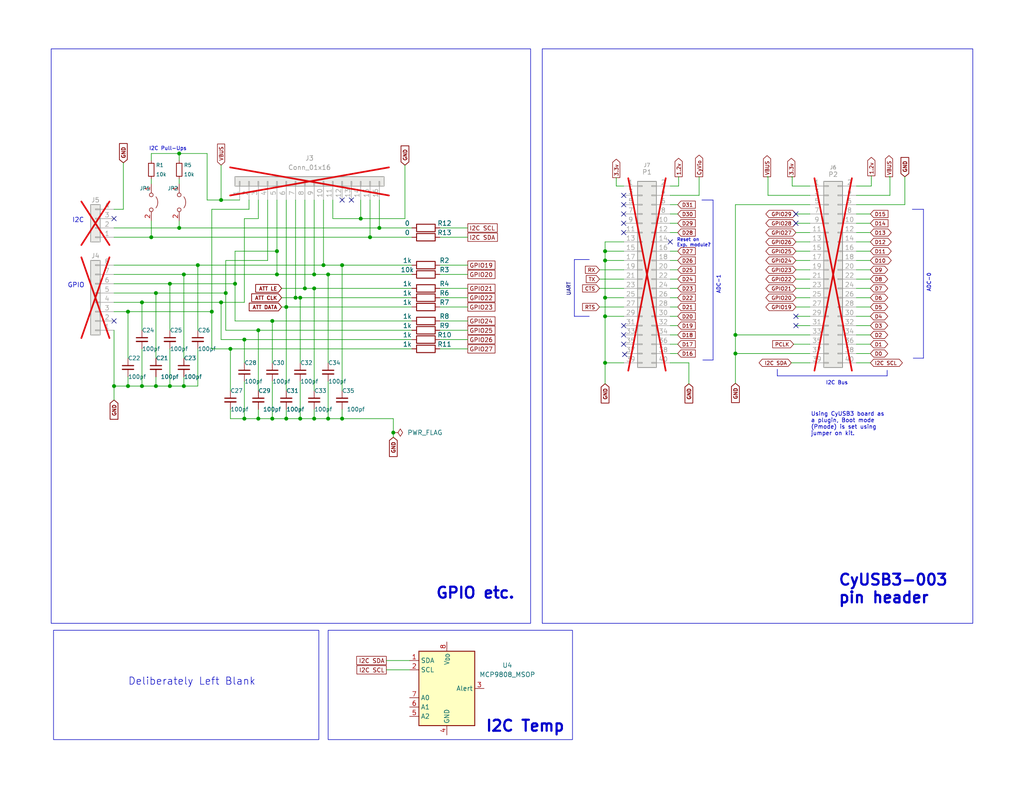
<source format=kicad_sch>
(kicad_sch (version 20231120) (generator "eeschema") (generator_version "8.0")
  (paper "USLetter")
  (title_block (title "XerxesSDR-Dual") (date "2025-04-28") (rev "0.0.1") (company "Dave Witten, KD0EAG; Tom  McDermott, N5EG; Franco Venturi, K4VZ") (comment 2 "[ A Minimalist Rework of HF-103 designed by Oskar Stella, ik1xpv ]") (comment 3 "Infineon/Cypress  FX3 DevKit and LTC2208 and Xilinx XC7-A35T ") (comment 4 "An initial work-in-progress design based on the based on the"))
  (junction (at 165.1 81.28))
  (junction (at 103.505 62.23))
  (junction (at 83.185 78.74))
  (junction (at 165.1 99.06))
  (junction (at 66.675 114.3))
  (junction (at 165.1 71.12))
  (junction (at 70.485 90.17))
  (junction (at 66.675 92.71))
  (junction (at 85.725 114.3))
  (junction (at 74.295 114.3))
  (junction (at 81.915 114.3))
  (junction (at 60.325 82.55))
  (junction (at 81.915 81.28))
  (junction (at 50.165 74.93))
  (junction (at 100.965 64.77))
  (junction (at 89.535 114.3))
  (junction (at 75.565 74.93))
  (junction (at 46.355 105.41))
  (junction (at 61.595 80.01))
  (junction (at 64.135 77.47))
  (junction (at 200.66 91.44))
  (junction (at 34.925 85.09))
  (junction (at 85.725 78.74))
  (junction (at 165.1 68.58))
  (junction (at 46.355 77.47))
  (junction (at 74.295 87.63))
  (junction (at 42.545 80.01))
  (junction (at 53.975 72.39))
  (junction (at 60.325 54.61))
  (junction (at 48.895 41.91))
  (junction (at 42.545 105.41))
  (junction (at 165.1 86.36))
  (junction (at 88.265 72.39))
  (junction (at 75.565 68.58))
  (junction (at 80.645 81.28))
  (junction (at 93.345 72.39))
  (junction (at 38.735 82.55))
  (junction (at 98.425 59.69))
  (junction (at 31.115 105.41))
  (junction (at 38.735 105.41))
  (junction (at 107.315 118.11))
  (junction (at 93.345 114.3))
  (junction (at 78.105 114.3))
  (junction (at 200.66 96.52))
  (junction (at 34.925 105.41))
  (junction (at 89.535 74.93))
  (junction (at 41.275 64.77))
  (junction (at 85.725 74.93))
  (junction (at 70.485 114.3))
  (junction (at 62.865 95.25))
  (junction (at 50.165 105.41))
  (junction (at 78.105 83.82))
  (junction (at 48.895 62.23))
  (junction (at 57.785 85.09))
  (no_connect (at 217.17 58.42))
  (no_connect (at 95.885 54.61))
  (no_connect (at 93.345 54.61))
  (no_connect (at 217.17 60.96))
  (no_connect (at 170.18 58.42))
  (no_connect (at 170.18 55.88))
  (no_connect (at 170.18 60.96))
  (no_connect (at 31.115 59.69))
  (no_connect (at 170.18 91.44))
  (no_connect (at 170.18 88.9))
  (no_connect (at 217.17 88.9))
  (no_connect (at 182.88 66.04))
  (no_connect (at 170.18 53.34))
  (no_connect (at 217.17 86.36))
  (no_connect (at 31.115 87.63))
  (no_connect (at 170.18 63.5))
  (no_connect (at 170.18 93.98))
  (no_connect (at 170.434 96.774))
  (wire (pts (xy 89.535 74.93) (xy 112.395 74.93)))
  (wire (pts (xy 50.165 74.93) (xy 50.165 97.79)))
  (wire (pts (xy 88.265 72.39) (xy 93.345 72.39)))
  (wire (pts (xy 93.345 114.3) (xy 107.315 114.3)))
  (wire (pts (xy 165.1 81.28) (xy 165.1 86.36)))
  (wire (pts (xy 120.015 95.25) (xy 127.635 95.25)))
  (wire (pts (xy 66.675 82.55) (xy 60.325 82.55)))
  (wire (pts (xy 34.925 105.41) (xy 38.735 105.41)))
  (wire (pts (xy 78.105 114.3) (xy 81.915 114.3)))
  (wire (pts (xy 85.725 78.74) (xy 85.725 106.68)))
  (wire (pts (xy 81.915 81.28) (xy 81.915 99.06)))
  (wire (pts (xy 216.535 93.98) (xy 220.98 93.98)))
  (wire (pts (xy 165.1 86.36) (xy 170.18 86.36)))
  (wire (pts (xy 120.015 72.39) (xy 127.635 72.39)))
  (wire (pts (xy 216.154 50.8) (xy 220.98 50.8)))
  (wire (pts (xy 57.785 85.09) (xy 57.785 95.25)))
  (wire (pts (xy 70.485 111.76) (xy 70.485 114.3)))
  (polyline (pts (xy 156.718 86.36) (xy 160.782 86.36)))
  (wire (pts (xy 242.824 53.34) (xy 233.68 53.34)))
  (wire (pts (xy 163.576 83.82) (xy 170.18 83.82)))
  (wire (pts (xy 217.17 86.36) (xy 220.98 86.36)))
  (wire (pts (xy 33.655 44.45) (xy 33.655 57.15)))
  (wire (pts (xy 233.68 81.28) (xy 237.49 81.28)))
  (wire (pts (xy 70.485 59.69) (xy 70.485 54.61)))
  (wire (pts (xy 200.66 55.88) (xy 200.66 91.44)))
  (wire (pts (xy 120.015 64.77) (xy 127.635 64.77)))
  (wire (pts (xy 103.505 62.23) (xy 112.395 62.23)))
  (wire (pts (xy 78.105 54.61) (xy 78.105 83.82)))
  (wire (pts (xy 81.915 81.28) (xy 112.395 81.28)))
  (wire (pts (xy 56.515 54.61) (xy 60.325 54.61)))
  (wire (pts (xy 41.275 43.815) (xy 41.275 41.91)))
  (wire (pts (xy 89.535 74.93) (xy 89.535 99.06)))
  (wire (pts (xy 233.68 88.9) (xy 237.49 88.9)))
  (wire (pts (xy 120.015 87.63) (xy 127.635 87.63)))
  (wire (pts (xy 215.9 99.06) (xy 220.98 99.06)))
  (polyline (pts (xy 191.77 98.298) (xy 194.564 98.298)))
  (wire (pts (xy 217.17 66.04) (xy 220.98 66.04)))
  (wire (pts (xy 163.576 78.74) (xy 170.18 78.74)))
  (wire (pts (xy 85.725 78.74) (xy 112.395 78.74)))
  (wire (pts (xy 110.49 59.69) (xy 98.425 59.69)))
  (wire (pts (xy 233.68 86.36) (xy 237.49 86.36)))
  (wire (pts (xy 217.17 60.96) (xy 220.98 60.96)))
  (wire (pts (xy 242.824 48.26) (xy 242.57 48.26)))
  (wire (pts (xy 120.015 78.74) (xy 127.635 78.74)))
  (wire (pts (xy 66.675 92.71) (xy 66.675 99.06)))
  (wire (pts (xy 85.725 111.76) (xy 85.725 114.3)))
  (wire (pts (xy 31.115 82.55) (xy 38.735 82.55)))
  (wire (pts (xy 217.17 68.58) (xy 220.98 68.58)))
  (wire (pts (xy 233.68 78.74) (xy 237.49 78.74)))
  (wire (pts (xy 31.115 57.15) (xy 33.655 57.15)))
  (polyline (pts (xy 191.516 54.61) (xy 194.564 54.61)))
  (wire (pts (xy 233.68 99.06) (xy 237.49 99.06)))
  (wire (pts (xy 165.1 66.04) (xy 165.1 68.58)))
  (wire (pts (xy 41.275 41.91) (xy 48.895 41.91)))
  (wire (pts (xy 105.41 182.88) (xy 111.76 182.88)))
  (polyline (pts (xy 242.062 101.092) (xy 242.062 102.616)))
  (wire (pts (xy 70.485 90.17) (xy 70.485 106.68)))
  (wire (pts (xy 182.88 86.36) (xy 184.912 86.36)))
  (wire (pts (xy 48.895 62.23) (xy 103.505 62.23)))
  (wire (pts (xy 182.88 60.96) (xy 184.912 60.96)))
  (wire (pts (xy 50.165 74.93) (xy 75.565 74.93)))
  (wire (pts (xy 165.1 71.12) (xy 165.1 81.28)))
  (wire (pts (xy 237.744 48.006) (xy 237.744 50.8)))
  (wire (pts (xy 100.965 64.77) (xy 112.395 64.77)))
  (wire (pts (xy 62.865 95.25) (xy 57.785 95.25)))
  (wire (pts (xy 42.545 105.41) (xy 46.355 105.41)))
  (wire (pts (xy 74.295 104.14) (xy 74.295 114.3)))
  (wire (pts (xy 34.925 102.87) (xy 34.925 105.41)))
  (wire (pts (xy 50.165 102.87) (xy 50.165 105.41)))
  (wire (pts (xy 75.565 68.58) (xy 75.565 74.93)))
  (wire (pts (xy 78.105 83.82) (xy 112.395 83.82)))
  (wire (pts (xy 200.66 55.88) (xy 220.98 55.88)))
  (wire (pts (xy 120.015 81.28) (xy 127.635 81.28)))
  (polyline (pts (xy 212.09 102.616) (xy 242.062 102.616)))
  (wire (pts (xy 217.17 78.74) (xy 220.98 78.74)))
  (wire (pts (xy 81.915 104.14) (xy 81.915 114.3)))
  (wire (pts (xy 75.565 68.58) (xy 64.135 68.58)))
  (wire (pts (xy 217.17 83.82) (xy 220.98 83.82)))
  (wire (pts (xy 182.88 81.28) (xy 184.912 81.28)))
  (wire (pts (xy 120.015 62.23) (xy 127.635 62.23)))
  (wire (pts (xy 182.88 73.66) (xy 184.912 73.66)))
  (wire (pts (xy 78.105 111.76) (xy 78.105 114.3)))
  (wire (pts (xy 187.96 104.775) (xy 187.96 99.06)))
  (wire (pts (xy 61.595 90.17) (xy 61.595 80.01)))
  (wire (pts (xy 242.824 48.26) (xy 242.824 53.34)))
  (wire (pts (xy 246.888 48.26) (xy 246.888 55.88)))
  (wire (pts (xy 216.154 48.26) (xy 216.154 50.8)))
  (wire (pts (xy 38.735 95.25) (xy 38.735 105.41)))
  (wire (pts (xy 88.265 54.61) (xy 88.265 72.39)))
  (wire (pts (xy 182.88 83.82) (xy 184.912 83.82)))
  (wire (pts (xy 182.88 91.44) (xy 184.912 91.44)))
  (wire (pts (xy 46.355 95.25) (xy 46.355 105.41)))
  (wire (pts (xy 182.88 71.12) (xy 184.912 71.12)))
  (polyline (pts (xy 212.09 100.838) (xy 212.09 102.616)))
  (wire (pts (xy 75.565 54.61) (xy 75.565 68.58)))
  (wire (pts (xy 34.925 85.09) (xy 34.925 97.79)))
  (wire (pts (xy 62.865 111.76) (xy 62.865 114.3)))
  (wire (pts (xy 233.68 68.58) (xy 237.49 68.58)))
  (wire (pts (xy 62.865 95.25) (xy 62.865 106.68)))
  (wire (pts (xy 168.148 48.514) (xy 168.148 50.8)))
  (wire (pts (xy 170.18 99.06) (xy 165.1 99.06)))
  (wire (pts (xy 76.835 81.28) (xy 80.645 81.28)))
  (wire (pts (xy 31.115 72.39) (xy 53.975 72.39)))
  (wire (pts (xy 233.68 76.2) (xy 237.49 76.2)))
  (wire (pts (xy 237.744 50.8) (xy 233.68 50.8)))
  (wire (pts (xy 61.595 71.12) (xy 61.595 80.01)))
  (wire (pts (xy 80.645 81.28) (xy 81.915 81.28)))
  (wire (pts (xy 31.115 74.93) (xy 50.165 74.93)))
  (wire (pts (xy 83.185 78.74) (xy 85.725 78.74)))
  (wire (pts (xy 165.1 68.58) (xy 165.1 71.12)))
  (wire (pts (xy 38.735 82.55) (xy 38.735 90.17)))
  (wire (pts (xy 233.68 71.12) (xy 237.49 71.12)))
  (wire (pts (xy 90.805 59.69) (xy 98.425 59.69)))
  (wire (pts (xy 60.325 92.71) (xy 60.325 82.55)))
  (wire (pts (xy 73.025 71.12) (xy 73.025 54.61)))
  (wire (pts (xy 41.275 60.325) (xy 41.275 64.77)))
  (wire (pts (xy 50.165 105.41) (xy 53.975 105.41)))
  (wire (pts (xy 182.88 96.52) (xy 184.912 96.52)))
  (wire (pts (xy 187.96 99.06) (xy 182.88 99.06)))
  (wire (pts (xy 107.315 118.11) (xy 107.315 119.38)))
  (wire (pts (xy 57.785 57.15) (xy 67.945 57.15)))
  (wire (pts (xy 190.754 53.34) (xy 182.88 53.34)))
  (wire (pts (xy 31.115 62.23) (xy 48.895 62.23)))
  (wire (pts (xy 66.675 59.69) (xy 70.485 59.69)))
  (wire (pts (xy 182.88 55.88) (xy 184.912 55.88)))
  (wire (pts (xy 56.515 41.91) (xy 56.515 54.61)))
  (wire (pts (xy 233.68 96.52) (xy 237.49 96.52)))
  (wire (pts (xy 93.345 111.76) (xy 93.345 114.3)))
  (wire (pts (xy 53.975 95.25) (xy 53.975 105.41)))
  (wire (pts (xy 182.88 63.5) (xy 184.912 63.5)))
  (wire (pts (xy 182.88 78.74) (xy 184.912 78.74)))
  (wire (pts (xy 48.895 41.91) (xy 48.895 43.815)))
  (wire (pts (xy 209.55 53.34) (xy 220.98 53.34)))
  (wire (pts (xy 185.166 48.26) (xy 185.166 50.8)))
  (wire (pts (xy 31.115 90.17) (xy 31.115 105.41)))
  (wire (pts (xy 53.975 72.39) (xy 88.265 72.39)))
  (wire (pts (xy 170.18 66.04) (xy 165.1 66.04)))
  (wire (pts (xy 46.355 77.47) (xy 46.355 90.17)))
  (wire (pts (xy 48.895 48.895) (xy 48.895 50.165)))
  (wire (pts (xy 81.915 114.3) (xy 85.725 114.3)))
  (wire (pts (xy 31.115 105.41) (xy 31.115 109.22)))
  (wire (pts (xy 120.015 83.82) (xy 127.635 83.82)))
  (wire (pts (xy 163.576 73.66) (xy 170.18 73.66)))
  (wire (pts (xy 78.105 83.82) (xy 78.105 106.68)))
  (wire (pts (xy 80.645 54.61) (xy 80.645 81.28)))
  (wire (pts (xy 42.545 80.01) (xy 61.595 80.01)))
  (wire (pts (xy 74.295 114.3) (xy 78.105 114.3)))
  (wire (pts (xy 233.68 58.42) (xy 237.49 58.42)))
  (wire (pts (xy 182.88 88.9) (xy 184.912 88.9)))
  (wire (pts (xy 83.185 54.61) (xy 83.185 78.74)))
  (wire (pts (xy 200.66 104.648) (xy 200.66 96.52)))
  (wire (pts (xy 217.17 88.9) (xy 220.98 88.9)))
  (wire (pts (xy 64.135 87.63) (xy 74.295 87.63)))
  (wire (pts (xy 74.295 87.63) (xy 74.295 99.06)))
  (wire (pts (xy 31.115 105.41) (xy 34.925 105.41)))
  (wire (pts (xy 107.315 114.3) (xy 107.315 118.11)))
  (wire (pts (xy 53.975 72.39) (xy 53.975 90.17)))
  (wire (pts (xy 70.485 90.17) (xy 112.395 90.17)))
  (wire (pts (xy 217.17 81.28) (xy 220.98 81.28)))
  (wire (pts (xy 93.345 72.39) (xy 93.345 106.68)))
  (wire (pts (xy 120.015 74.93) (xy 127.635 74.93)))
  (wire (pts (xy 246.888 55.88) (xy 233.68 55.88)))
  (wire (pts (xy 233.68 63.5) (xy 237.49 63.5)))
  (wire (pts (xy 200.66 91.44) (xy 220.98 91.44)))
  (wire (pts (xy 209.55 48.26) (xy 209.55 53.34)))
  (wire (pts (xy 76.835 83.82) (xy 78.105 83.82)))
  (wire (pts (xy 31.115 64.77) (xy 41.275 64.77)))
  (wire (pts (xy 62.865 114.3) (xy 66.675 114.3)))
  (wire (pts (xy 42.545 80.01) (xy 42.545 97.79)))
  (wire (pts (xy 74.295 87.63) (xy 112.395 87.63)))
  (polyline (pts (xy 160.782 70.866) (xy 156.718 70.866)))
  (wire (pts (xy 31.115 85.09) (xy 34.925 85.09)))
  (wire (pts (xy 48.895 41.91) (xy 56.515 41.91)))
  (wire (pts (xy 217.17 63.5) (xy 220.98 63.5)))
  (wire (pts (xy 31.115 80.01) (xy 42.545 80.01)))
  (wire (pts (xy 165.1 71.12) (xy 170.18 71.12)))
  (wire (pts (xy 42.545 102.87) (xy 42.545 105.41)))
  (wire (pts (xy 182.88 68.58) (xy 184.912 68.58)))
  (wire (pts (xy 182.88 93.98) (xy 184.912 93.98)))
  (wire (pts (xy 165.1 86.36) (xy 165.1 99.06)))
  (wire (pts (xy 168.148 50.8) (xy 170.18 50.8)))
  (wire (pts (xy 233.68 91.44) (xy 237.49 91.44)))
  (wire (pts (xy 182.88 76.2) (xy 184.912 76.2)))
  (wire (pts (xy 217.17 58.42) (xy 220.98 58.42)))
  (wire (pts (xy 190.754 48.26) (xy 190.754 53.34)))
  (wire (pts (xy 120.015 90.17) (xy 127.635 90.17)))
  (wire (pts (xy 89.535 104.14) (xy 89.535 114.3)))
  (wire (pts (xy 85.725 54.61) (xy 85.725 74.93)))
  (wire (pts (xy 41.275 48.895) (xy 41.275 50.165)))
  (wire (pts (xy 46.355 77.47) (xy 64.135 77.47)))
  (wire (pts (xy 70.485 114.3) (xy 74.295 114.3)))
  (wire (pts (xy 31.115 77.47) (xy 46.355 77.47)))
  (wire (pts (xy 103.505 54.61) (xy 103.505 62.23)))
  (wire (pts (xy 85.725 74.93) (xy 75.565 74.93)))
  (wire (pts (xy 165.1 68.58) (xy 170.18 68.58)))
  (wire (pts (xy 90.805 54.61) (xy 90.805 59.69)))
  (wire (pts (xy 60.325 54.61) (xy 65.405 54.61)))
  (wire (pts (xy 60.325 45.085) (xy 60.325 54.61)))
  (wire (pts (xy 61.595 90.17) (xy 70.485 90.17)))
  (wire (pts (xy 112.395 92.71) (xy 66.675 92.71)))
  (wire (pts (xy 217.17 76.2) (xy 220.98 76.2)))
  (wire (pts (xy 66.675 114.3) (xy 70.485 114.3)))
  (wire (pts (xy 38.735 82.55) (xy 60.325 82.55)))
  (wire (pts (xy 64.135 77.47) (xy 64.135 87.63)))
  (wire (pts (xy 48.895 60.325) (xy 48.895 62.23)))
  (wire (pts (xy 57.785 57.15) (xy 57.785 85.09)))
  (wire (pts (xy 233.68 73.66) (xy 237.49 73.66)))
  (wire (pts (xy 233.68 66.04) (xy 237.49 66.04)))
  (wire (pts (xy 112.395 95.25) (xy 62.865 95.25)))
  (wire (pts (xy 209.55 48.26) (xy 209.296 48.26)))
  (wire (pts (xy 34.925 85.09) (xy 57.785 85.09)))
  (wire (pts (xy 66.675 59.69) (xy 66.675 82.55)))
  (wire (pts (xy 185.166 50.8) (xy 182.88 50.8)))
  (wire (pts (xy 61.595 71.12) (xy 73.025 71.12)))
  (wire (pts (xy 110.49 45.085) (xy 110.49 59.69)))
  (wire (pts (xy 215.9 48.26) (xy 216.154 48.26)))
  (wire (pts (xy 233.68 93.98) (xy 237.49 93.98)))
  (wire (pts (xy 67.945 57.15) (xy 67.945 54.61)))
  (wire (pts (xy 41.275 64.77) (xy 100.965 64.77)))
  (wire (pts (xy 38.735 105.41) (xy 42.545 105.41)))
  (wire (pts (xy 165.1 99.06) (xy 165.1 104.775)))
  (wire (pts (xy 93.345 72.39) (xy 112.395 72.39)))
  (wire (pts (xy 85.725 114.3) (xy 89.535 114.3)))
  (wire (pts (xy 233.68 60.96) (xy 237.49 60.96)))
  (wire (pts (xy 98.425 54.61) (xy 98.425 59.69)))
  (wire (pts (xy 165.1 81.28) (xy 170.18 81.28)))
  (wire (pts (xy 163.576 76.2) (xy 170.18 76.2)))
  (wire (pts (xy 120.015 92.71) (xy 127.635 92.71)))
  (polyline (pts (xy 248.92 57.15) (xy 251.968 57.15)))
  (polyline (pts (xy 156.718 70.866) (xy 156.718 86.36)))
  (wire (pts (xy 46.355 105.41) (xy 50.165 105.41)))
  (wire (pts (xy 217.17 71.12) (xy 220.98 71.12)))
  (wire (pts (xy 105.41 180.34) (xy 111.76 180.34)))
  (wire (pts (xy 182.88 58.42) (xy 184.912 58.42)))
  (wire (pts (xy 64.135 68.58) (xy 64.135 77.47)))
  (wire (pts (xy 233.68 83.82) (xy 237.49 83.82)))
  (wire (pts (xy 100.965 54.61) (xy 100.965 64.77)))
  (polyline (pts (xy 251.968 57.15) (xy 251.968 97.79)))
  (polyline (pts (xy 249.174 97.79) (xy 251.968 97.79)))
  (wire (pts (xy 85.725 74.93) (xy 89.535 74.93)))
  (wire (pts (xy 200.66 91.44) (xy 200.66 96.52)))
  (wire (pts (xy 217.17 73.66) (xy 220.98 73.66)))
  (wire (pts (xy 66.675 92.71) (xy 60.325 92.71)))
  (polyline (pts (xy 194.564 54.61) (xy 194.564 98.298)))
  (wire (pts (xy 66.675 104.14) (xy 66.675 114.3)))
  (wire (pts (xy 89.535 114.3) (xy 93.345 114.3)))
  (wire (pts (xy 200.66 96.52) (xy 220.98 96.52)))
  (wire (pts (xy 76.835 78.74) (xy 83.185 78.74)))
  (rectangle (start 13.97 13.335) (end 144.78 170.18))
  (rectangle (start 14.605 172.085) (end 86.995 201.93))
  (rectangle (start 147.955 13.335) (end 265.43 170.18))
  (rectangle (start 89.535 172.085) (end 156.21 201.93))
  (text "GPIO etc." (at 118.745 163.83 0) (effects (font (size 3 3) (thickness 0.6) (bold yes)) (justify left bottom)))
  (text "I2C" (at 19.685 60.96 0) (effects (font (size 1.27 1.27)) (justify left bottom)))
  (text "GPIO" (at 18.415 78.74 0) (effects (font (size 1.27 1.27)) (justify left bottom)))
  (text "I2C Temp" (at 132.334 200.152 0) (effects (font (size 3 3) (thickness 0.6) (bold yes)) (justify left bottom)))
  (text "ADC-0" (at 253.492 77.216 90) (effects (font (size 1 1))))
  (text "ADC-1" (at 196.088 77.724 90) (effects (font (size 1 1))))
  (text "I2C Pull-Ups" (at 40.64 41.275 0) (effects (font (size 1 1)) (justify left bottom)))
  (text "Deliberately Left Blank" (at 34.925 187.325 0) (effects (font (size 2 2)) (justify left bottom)))
  (text "CyUSB3-003\npin header" (at 228.6 165.1 0) (effects (font (size 3 3) (thickness 0.6) (bold yes)) (justify left bottom)))
  (text "Reset on \nExp. module?" (at 184.658 67.564 0) (effects (font (size 0.9 0.9)) (justify left bottom)))
  (text "I2C Bus" (at 228.346 104.648 0) (effects (font (size 1 1))))
  (text "UART" (at 155.194 78.994 90) (effects (font (size 1 1))))
  (text "Using CyUSB3 board as \na plugin, Boot mode \n(Pmode) is set using \njumper on kit." (at 221.234 119.126 0) (effects (font (size 1.1 1.1)) (justify left bottom)))
  (global_label "GPIO24" (shape bidirectional) (at 217.17 71.12 180) (effects (font (size 1 1))) (property "Intersheetrefs" "${INTERSHEET_REFS}" (at 207.2895 71.12 0) (effects (justify right))))
  (global_label "GPIO28" (shape bidirectional) (at 217.17 60.96 180) (effects (font (size 1 1))) (property "Intersheetrefs" "${INTERSHEET_REFS}" (at 207.2177 60.96 0) (effects (justify right))))
  (global_label "D30" (shape input) (at 184.912 58.42 0) (effects (font (size 1 1))) (property "Intersheetrefs" "${INTERSHEET_REFS}" (at 190.9556 58.42 0) (effects (justify left))))
  (global_label "GPIO20" (shape bidirectional) (at 217.17 81.28 180) (effects (font (size 1 1))) (property "Intersheetrefs" "${INTERSHEET_REFS}" (at 207.2895 81.28 0) (effects (justify right))))
  (global_label "CTS" (shape input) (at 163.576 78.74 180) (effects (font (size 1 1))) (property "Intersheetrefs" "${INTERSHEET_REFS}" (at 157.5324 78.74 0) (effects (justify right))))
  (global_label "D2" (shape bidirectional) (at 237.49 91.44 0) (effects (font (size 1 1))) (property "Intersheetrefs" "${INTERSHEET_REFS}" (at 243.3729 91.44 0) (effects (justify left))))
  (global_label "D16" (shape input) (at 184.912 96.52 0) (effects (font (size 1 1))) (property "Intersheetrefs" "${INTERSHEET_REFS}" (at 190.9556 96.52 0) (effects (justify left))))
  (global_label "GND" (shape input) (at 200.66 104.648 270) (effects (font (size 1 1) (bold yes))) (property "Intersheetrefs" "${INTERSHEET_REFS}" (at 200.66 110.4209 90) (effects (justify right))))
  (global_label "D23" (shape input) (at 184.912 78.74 0) (effects (font (size 1 1))) (property "Intersheetrefs" "${INTERSHEET_REFS}" (at 190.9556 78.74 0) (effects (justify left))))
  (global_label "VBUS" (shape output) (at 242.57 48.26 90) (effects (font (size 1 1))) (property "Intersheetrefs" "${INTERSHEET_REFS}" (at 242.57 42.0526 90) (effects (justify left))))
  (global_label "D15" (shape input) (at 237.49 58.42 0) (effects (font (size 1 1))) (property "Intersheetrefs" "${INTERSHEET_REFS}" (at 243.5336 58.42 0) (effects (justify left))))
  (global_label "GPIO20" (shape passive) (at 127.635 74.93 0) (effects (font (size 1.15 1.15))) (property "Intersheetrefs" "${INTERSHEET_REFS}" (at 135.5747 74.93 0) (effects (justify left))))
  (global_label "D26" (shape input) (at 184.912 71.12 0) (effects (font (size 1 1))) (property "Intersheetrefs" "${INTERSHEET_REFS}" (at 190.9556 71.12 0) (effects (justify left))))
  (global_label "D31" (shape input) (at 184.912 55.88 0) (effects (font (size 1 1))) (property "Intersheetrefs" "${INTERSHEET_REFS}" (at 190.9556 55.88 0) (effects (justify left))))
  (global_label "RX" (shape input) (at 163.576 73.66 180) (effects (font (size 1 1))) (property "Intersheetrefs" "${INTERSHEET_REFS}" (at 157.5324 73.66 0) (effects (justify right))))
  (global_label "D8" (shape bidirectional) (at 237.49 76.2 0) (effects (font (size 1 1))) (property "Intersheetrefs" "${INTERSHEET_REFS}" (at 243.3729 76.2 0) (effects (justify left))))
  (global_label "GPIO23" (shape bidirectional) (at 217.17 73.66 180) (effects (font (size 1 1))) (property "Intersheetrefs" "${INTERSHEET_REFS}" (at 207.2895 73.66 0) (effects (justify right))))
  (global_label "GND" (shape input) (at 246.888 48.26 90) (effects (font (size 1 1) (bold yes))) (property "Intersheetrefs" "${INTERSHEET_REFS}" (at 246.888 42.4871 90) (effects (justify left))))
  (global_label "D4" (shape bidirectional) (at 237.49 86.36 0) (effects (font (size 1 1))) (property "Intersheetrefs" "${INTERSHEET_REFS}" (at 243.3729 86.36 0) (effects (justify left))))
  (global_label "GPIO25" (shape passive) (at 127.635 90.17 0) (effects (font (size 1.15 1.15))) (property "Intersheetrefs" "${INTERSHEET_REFS}" (at 135.5747 90.17 0) (effects (justify left))))
  (global_label "D21" (shape input) (at 184.912 83.82 0) (effects (font (size 1 1))) (property "Intersheetrefs" "${INTERSHEET_REFS}" (at 190.9556 83.82 0) (effects (justify left))))
  (global_label "GPIO19" (shape passive) (at 127.635 72.39 0) (effects (font (size 1.15 1.15))) (property "Intersheetrefs" "${INTERSHEET_REFS}" (at 135.5747 72.39 0) (effects (justify left))))
  (global_label "I2C SDA" (shape passive) (at 127.635 64.77 0) (effects (font (size 1.15 1.15))) (property "Intersheetrefs" "${INTERSHEET_REFS}" (at 136.2318 64.77 0) (effects (justify left))))
  (global_label "GPIO21" (shape passive) (at 127.635 78.74 0) (effects (font (size 1.15 1.15))) (property "Intersheetrefs" "${INTERSHEET_REFS}" (at 135.5747 78.74 0) (effects (justify left))))
  (global_label "D22" (shape input) (at 184.912 81.28 0) (effects (font (size 1 1))) (property "Intersheetrefs" "${INTERSHEET_REFS}" (at 190.9556 81.28 0) (effects (justify left))))
  (global_label "GND" (shape input) (at 107.315 119.38 270) (effects (font (size 1 1) (bold yes))) (property "Intersheetrefs" "${INTERSHEET_REFS}" (at 107.315 125.1529 90) (effects (justify right))))
  (global_label "GND" (shape input) (at 31.115 109.22 270) (effects (font (size 1 1) (bold yes))) (property "Intersheetrefs" "${INTERSHEET_REFS}" (at 31.115 114.9929 90) (effects (justify right))))
  (global_label "D18" (shape input) (at 184.912 91.44 0) (effects (font (size 1 1))) (property "Intersheetrefs" "${INTERSHEET_REFS}" (at 190.9556 91.44 0) (effects (justify left))))
  (global_label "GPIO23" (shape passive) (at 127.635 83.82 0) (effects (font (size 1.15 1.15))) (property "Intersheetrefs" "${INTERSHEET_REFS}" (at 135.5747 83.82 0) (effects (justify left))))
  (global_label "I2C SDA" (shape passive) (at 105.41 180.34 180) (effects (font (size 1.15 1.15))) (property "Intersheetrefs" "${INTERSHEET_REFS}" (at 96.8132 180.34 0) (effects (justify right))))
  (global_label "D24" (shape input) (at 184.912 76.2 0) (effects (font (size 1 1))) (property "Intersheetrefs" "${INTERSHEET_REFS}" (at 190.9556 76.2 0) (effects (justify left))))
  (global_label "D27" (shape input) (at 184.912 68.58 0) (effects (font (size 1 1))) (property "Intersheetrefs" "${INTERSHEET_REFS}" (at 190.9556 68.58 0) (effects (justify left))))
  (global_label "GPIO22" (shape bidirectional) (at 217.17 76.2 180) (effects (font (size 1 1))) (property "Intersheetrefs" "${INTERSHEET_REFS}" (at 207.2895 76.2 0) (effects (justify right))))
  (global_label "D5" (shape bidirectional) (at 237.49 83.82 0) (effects (font (size 1 1))) (property "Intersheetrefs" "${INTERSHEET_REFS}" (at 243.3729 83.82 0) (effects (justify left))))
  (global_label "ATT DATA" (shape input) (at 76.835 83.82 180) (effects (font (size 1 1) (thickness 0.2) (bold yes))) (property "Intersheetrefs" "${INTERSHEET_REFS}" (at 67.4908 83.82 0) (effects (justify right))))
  (global_label "I2C SDA" (shape bidirectional) (at 215.9 99.06 180) (effects (font (size 1 1))) (property "Intersheetrefs" "${INTERSHEET_REFS}" (at 207.01 99.06 0) (effects (justify right))))
  (global_label "ATT CLK" (shape input) (at 76.835 81.28 180) (effects (font (size 1 1) (thickness 0.2) (bold yes))) (property "Intersheetrefs" "${INTERSHEET_REFS}" (at 68.1574 81.28 0) (effects (justify right))))
  (global_label "TX" (shape input) (at 163.576 76.2 180) (effects (font (size 1 1))) (property "Intersheetrefs" "${INTERSHEET_REFS}" (at 157.5324 76.2 0) (effects (justify right))))
  (global_label "D9" (shape bidirectional) (at 237.49 73.66 0) (effects (font (size 1 1))) (property "Intersheetrefs" "${INTERSHEET_REFS}" (at 243.3729 73.66 0) (effects (justify left))))
  (global_label "GPIO19" (shape bidirectional) (at 217.17 83.82 180) (effects (font (size 1 1))) (property "Intersheetrefs" "${INTERSHEET_REFS}" (at 207.2895 83.82 0) (effects (justify right))))
  (global_label "GPIO29" (shape bidirectional) (at 217.17 58.42 180) (effects (font (size 1 1))) (property "Intersheetrefs" "${INTERSHEET_REFS}" (at 207.2895 58.42 0) (effects (justify right))))
  (global_label "GND" (shape input) (at 165.1 104.775 270) (effects (font (size 1 1) (bold yes))) (property "Intersheetrefs" "${INTERSHEET_REFS}" (at 165.1 110.5479 90) (effects (justify right))))
  (global_label "ATT LE" (shape input) (at 76.835 78.74 180) (effects (font (size 1 1) (thickness 0.2) (bold yes))) (property "Intersheetrefs" "${INTERSHEET_REFS}" (at 69.2526 78.74 0) (effects (justify right))))
  (global_label "GPIO26" (shape passive) (at 127.635 92.71 0) (effects (font (size 1.15 1.15))) (property "Intersheetrefs" "${INTERSHEET_REFS}" (at 135.5747 92.71 0) (effects (justify left))))
  (global_label "D10" (shape bidirectional) (at 237.49 71.12 0) (effects (font (size 1 1))) (property "Intersheetrefs" "${INTERSHEET_REFS}" (at 244.4681 71.12 0) (effects (justify left))))
  (global_label "I2C SCL" (shape passive) (at 105.41 182.88 180) (effects (font (size 1.15 1.15))) (property "Intersheetrefs" "${INTERSHEET_REFS}" (at 96.8679 182.88 0) (effects (justify right))))
  (global_label "D20" (shape input) (at 184.912 86.36 0) (effects (font (size 1 1))) (property "Intersheetrefs" "${INTERSHEET_REFS}" (at 190.9556 86.36 0) (effects (justify left))))
  (global_label "D11" (shape bidirectional) (at 237.49 68.58 0) (effects (font (size 1 1))) (property "Intersheetrefs" "${INTERSHEET_REFS}" (at 244.4681 68.58 0) (effects (justify left))))
  (global_label "D25" (shape input) (at 184.912 73.66 0) (effects (font (size 1 1))) (property "Intersheetrefs" "${INTERSHEET_REFS}" (at 190.9556 73.66 0) (effects (justify left))))
  (global_label "GND" (shape input) (at 110.49 45.085 90) (effects (font (size 1 1) (bold yes))) (property "Intersheetrefs" "${INTERSHEET_REFS}" (at 110.49 39.3121 90) (effects (justify left))))
  (global_label "D13" (shape bidirectional) (at 237.49 63.5 0) (effects (font (size 1 1))) (property "Intersheetrefs" "${INTERSHEET_REFS}" (at 244.4681 63.5 0) (effects (justify left))))
  (global_label "D29" (shape input) (at 184.912 60.96 0) (effects (font (size 1 1))) (property "Intersheetrefs" "${INTERSHEET_REFS}" (at 190.9556 60.96 0) (effects (justify left))))
  (global_label "D12" (shape bidirectional) (at 237.49 66.04 0) (effects (font (size 1 1))) (property "Intersheetrefs" "${INTERSHEET_REFS}" (at 244.4681 66.04 0) (effects (justify left))))
  (global_label "GPIO27" (shape passive) (at 127.635 95.25 0) (effects (font (size 1.15 1.15))) (property "Intersheetrefs" "${INTERSHEET_REFS}" (at 135.5747 95.25 0) (effects (justify left))))
  (global_label "D28" (shape input) (at 184.912 63.5 0) (effects (font (size 1 1))) (property "Intersheetrefs" "${INTERSHEET_REFS}" (at 190.9556 63.5 0) (effects (justify left))))
  (global_label "D1" (shape bidirectional) (at 237.49 93.98 0) (effects (font (size 1 1))) (property "Intersheetrefs" "${INTERSHEET_REFS}" (at 243.3729 93.98 0) (effects (justify left))))
  (global_label "D6" (shape bidirectional) (at 237.49 81.28 0) (effects (font (size 1 1))) (property "Intersheetrefs" "${INTERSHEET_REFS}" (at 243.3729 81.28 0) (effects (justify left))))
  (global_label "I2C SCL" (shape passive) (at 127.635 62.23 0) (effects (font (size 1.15 1.15))) (property "Intersheetrefs" "${INTERSHEET_REFS}" (at 136.1771 62.23 0) (effects (justify left))))
  (global_label "D0" (shape bidirectional) (at 237.49 96.52 0) (effects (font (size 1 1))) (property "Intersheetrefs" "${INTERSHEET_REFS}" (at 243.3729 96.52 0) (effects (justify left))))
  (global_label "GND" (shape input) (at 33.655 44.45 90) (effects (font (size 1 1) (bold yes))) (property "Intersheetrefs" "${INTERSHEET_REFS}" (at 33.655 38.6771 90) (effects (justify left))))
  (global_label "D19" (shape input) (at 184.912 88.9 0) (effects (font (size 1 1))) (property "Intersheetrefs" "${INTERSHEET_REFS}" (at 190.9556 88.9 0) (effects (justify left))))
  (global_label "GPIO27" (shape bidirectional) (at 217.17 63.5 180) (effects (font (size 1 1))) (property "Intersheetrefs" "${INTERSHEET_REFS}" (at 207.2895 63.5 0) (effects (justify right))))
  (global_label "1.2v" (shape output) (at 185.166 48.26 90) (effects (font (size 1 1))) (property "Intersheetrefs" "${INTERSHEET_REFS}" (at 185.166 42.7668 90) (effects (justify left))))
  (global_label "RTS" (shape input) (at 163.576 83.82 180) (effects (font (size 1 1))) (property "Intersheetrefs" "${INTERSHEET_REFS}" (at 157.5324 83.82 0) (effects (justify right))))
  (global_label "D14" (shape input) (at 237.49 60.96 0) (effects (font (size 1 1))) (property "Intersheetrefs" "${INTERSHEET_REFS}" (at 243.5336 60.96 0) (effects (justify left))))
  (global_label "D7" (shape bidirectional) (at 237.49 78.74 0) (effects (font (size 1 1))) (property "Intersheetrefs" "${INTERSHEET_REFS}" (at 243.3729 78.74 0) (effects (justify left))))
  (global_label "D17" (shape input) (at 184.912 93.98 0) (effects (font (size 1 1))) (property "Intersheetrefs" "${INTERSHEET_REFS}" (at 190.9556 93.98 0) (effects (justify left))))
  (global_label "GPIO22" (shape passive) (at 127.635 81.28 0) (effects (font (size 1.15 1.15))) (property "Intersheetrefs" "${INTERSHEET_REFS}" (at 135.5747 81.28 0) (effects (justify left))))
  (global_label "D3" (shape bidirectional) (at 237.49 88.9 0) (effects (font (size 1 1))) (property "Intersheetrefs" "${INTERSHEET_REFS}" (at 243.3729 88.9 0) (effects (justify left))))
  (global_label "GPIO25" (shape bidirectional) (at 217.17 68.58 180) (effects (font (size 1 1))) (property "Intersheetrefs" "${INTERSHEET_REFS}" (at 207.2895 68.58 0) (effects (justify right))))
  (global_label "CyVio" (shape output) (at 190.754 48.26 90) (effects (font (size 1 1))) (property "Intersheetrefs" "${INTERSHEET_REFS}" (at 190.754 41.9097 90) (effects (justify left))))
  (global_label "GPIO26" (shape bidirectional) (at 217.17 66.04 180) (effects (font (size 1 1))) (property "Intersheetrefs" "${INTERSHEET_REFS}" (at 207.2895 66.04 0) (effects (justify right))))
  (global_label "GPIO24" (shape passive) (at 127.635 87.63 0) (effects (font (size 1.15 1.15))) (property "Intersheetrefs" "${INTERSHEET_REFS}" (at 135.5747 87.63 0) (effects (justify left))))
  (global_label "I2C SCL" (shape bidirectional) (at 237.49 99.06 0) (effects (font (size 1 1))) (property "Intersheetrefs" "${INTERSHEET_REFS}" (at 247.9729 99.06 0) (effects (justify left))))
  (global_label "GND" (shape input) (at 187.96 104.775 270) (effects (font (size 1 1) (bold yes))) (property "Intersheetrefs" "${INTERSHEET_REFS}" (at 187.96 110.5479 90) (effects (justify right))))
  (global_label "3.3v" (shape output) (at 215.9 48.26 90) (effects (font (size 1 1))) (property "Intersheetrefs" "${INTERSHEET_REFS}" (at 215.9 42.7668 90) (effects (justify left))))
  (global_label "VBUS" (shape output) (at 209.296 48.26 90) (effects (font (size 1 1))) (property "Intersheetrefs" "${INTERSHEET_REFS}" (at 209.296 42.0526 90) (effects (justify left))))
  (global_label "1.2v" (shape output) (at 237.744 48.006 90) (effects (font (size 1 1))) (property "Intersheetrefs" "${INTERSHEET_REFS}" (at 237.744 42.5128 90) (effects (justify left))))
  (global_label "3.3v" (shape output) (at 168.148 48.514 90) (effects (font (size 1 1))) (property "Intersheetrefs" "${INTERSHEET_REFS}" (at 168.148 43.0208 90) (effects (justify left))))
  (global_label "GPIO21" (shape bidirectional) (at 217.17 78.74 180) (effects (font (size 1 1))) (property "Intersheetrefs" "${INTERSHEET_REFS}" (at 207.2895 78.74 0) (effects (justify right))))
  (global_label "PCLK" (shape input) (at 216.535 93.98 180) (effects (font (size 1 1))) (property "Intersheetrefs" "${INTERSHEET_REFS}" (at 209.4508 93.98 0) (effects (justify right))))
  (global_label "VBUS" (shape input) (at 60.325 45.085 90) (effects (font (size 1 1))) (property "Intersheetrefs" "${INTERSHEET_REFS}" (at 60.325 38.8776 90) (effects (justify left))))
  (symbol (lib_id "Connector_Generic:Conn_01x08") (at 26.035 82.55 180) (unit 1) (dnp yes)
    (property "Reference" "J4" (at 26.035 69.85 0))
    (property "Value" "Conn_01x08" (effects (hide yes)))
    (property "Footprint" "Connector_PinHeader_1.27mm:PinHeader_1x08_P1.27mm_Vertical" (effects (hide yes)))
    (instances (project "ClemSDR-Min_Modules_v4 (bis).kicad_pro" (path "" (reference "J4") (unit 1))) (project "HF103-Min" (path "" (reference "J4") (unit 1)) (path "" (reference "P5") (unit 1))))
  )
  (symbol (lib_id "Device:R") (at 116.205 81.28 270) (unit 1)
    (property "Reference" "R6" (at 121.285 80.01 90))
    (property "Value" "1k" (at 111.125 80.01 90))
    (property "Footprint" "Resistor_SMD:R_0603_1608Metric" (effects (hide yes)))
    (property "LCSC" "C21190" (effects (hide yes)))
  )
  (symbol (lib_id "Device:C_Small") (at 62.865 109.22 0) (unit 1)
    (property "Reference" "C27" (at 62.865 106.68 0) (effects (font (size 1.1 1.1)) (justify left)))
    (property "Value" "100pf" (at 62.865 111.76 0) (effects (font (size 1.1 1.1)) (justify left)))
    (property "Footprint" "Capacitor_SMD:C_0603_1608Metric" (effects (hide yes)))
    (property "LCSC" "C14858" (effects (hide yes)))
  )
  (symbol (lib_id "ClemSDR_Library:R_Small") (at 48.895 46.355 0) (unit 1)
    (property "Reference" "R5" (at 50.165 45.085 0) (effects (font (size 1 1)) (justify left)))
    (property "Value" "10k" (at 50.165 47.625 0) (effects (font (size 1 1)) (justify left)))
    (property "Footprint" "Resistor_SMD:R_0603_1608Metric" (effects (hide yes)))
    (property "LCSC" "C25804" (effects (hide yes)))
  )
  (symbol (lib_id "Device:R") (at 116.205 74.93 270) (unit 1)
    (property "Reference" "R3" (at 121.285 73.66 90))
    (property "Value" "10k" (at 111.125 73.66 90))
    (property "Footprint" "Resistor_SMD:R_0603_1608Metric" (effects (hide yes)))
    (property "LCSC" "C25804" (effects (hide yes)))
  )
  (symbol (lib_id "power:PWR_FLAG") (at 107.315 118.11 270) (unit 1)
    (property "Reference" "#FLG01" (effects (hide yes)))
    (property "Value" "PWR_FLAG" (at 111.125 118.11 90) (effects (justify left)))
  )
  (symbol (lib_id "Device:R") (at 116.205 64.77 270) (unit 1)
    (property "Reference" "R13" (at 121.285 63.5 90))
    (property "Value" "0" (at 111.125 63.5 90))
    (property "Footprint" "Resistor_SMD:R_0603_1608Metric" (effects (hide yes)))
    (property "LCSC" "C21189" (effects (hide yes)))
  )
  (symbol (lib_id "Device:R") (at 116.205 72.39 270) (unit 1)
    (property "Reference" "R2" (at 121.285 71.12 90))
    (property "Value" "1k" (at 111.125 71.12 90))
    (property "Footprint" "Resistor_SMD:R_0603_1608Metric" (effects (hide yes)))
    (property "LCSC" "C21190" (effects (hide yes)))
  )
  (symbol (lib_id "Device:C_Small") (at 42.545 100.33 0) (unit 1)
    (property "Reference" "C21" (at 42.545 97.79 0) (effects (font (size 1.1 1.1)) (justify left)))
    (property "Value" "100pf" (at 43.815 102.87 0) (effects (font (size 1.1 1.1)) (justify left)))
    (property "Footprint" "Capacitor_SMD:C_0603_1608Metric" (effects (hide yes)))
    (property "LCSC" "C14858" (effects (hide yes)))
  )
  (symbol (lib_id "Connector_Generic:Conn_01x16") (at 83.185 49.53 90) (unit 1) (dnp yes)
    (property "Reference" "J3" (at 84.455 43.18 90))
    (property "Value" "Conn_01x16" (at 84.455 45.72 90))
    (property "Footprint" "Connector_PinHeader_1.27mm:PinHeader_1x16_P1.27mm_Vertical" (effects (hide yes)))
    (instances (project "ClemSDR-Min_Modules_v4 (bis).kicad_pro" (path "" (reference "J3") (unit 1))) (project "HF103-Min" (path "" (reference "P3") (unit 1)) (path "" (reference "P3") (unit 1))))
  )
  (symbol (lib_id "Sensor_Temperature:MCP9808_MSOP") (at 121.92 187.96 0) (unit 1)
    (property "Reference" "U4" (at 138.43 181.6414 0))
    (property "Value" "MCP9808_MSOP" (at 138.43 184.1814 0))
    (property "Footprint" "Package_SO:MSOP-8_3x3mm_P0.65mm" (effects (hide yes)))
    (property "Datasheet" "http://ww1.microchip.com/downloads/en/DeviceDoc/22203b.pdf" (effects (hide yes)))
    (property "Description" "+/-0.25C (+/-0.5C) Typical (Maximum), Digital Temperature Sensor, MSOP-8" (effects (hide yes)))
  )
  (symbol (lib_id "Jumper:Jumper_2_Open") (at 41.275 55.245 270) (unit 1)
    (property "Reference" "JP1" (at 38.1 51.435 90) (effects (font (size 1 1)) (justify left)))
    (property "Value" "Jumper_2_Open" (effects (hide yes)))
    (property "Footprint" "Jumper:SolderJumper-2_P1.3mm_Open_RoundedPad1.0x1.5mm" (effects (hide yes)))
  )
  (symbol (lib_id "Device:R") (at 116.205 92.71 270) (unit 1)
    (property "Reference" "R10" (at 121.285 91.44 90))
    (property "Value" "1k" (at 111.125 91.44 90))
    (property "Footprint" "Resistor_SMD:R_0603_1608Metric" (effects (hide yes)))
    (property "LCSC" "C21190" (effects (hide yes)))
  )
  (symbol (lib_id "Device:C_Small") (at 70.485 109.22 0) (unit 1)
    (property "Reference" "C29" (at 70.485 106.68 0) (effects (font (size 1.1 1.1)) (justify left)))
    (property "Value" "100pf" (at 71.755 111.76 0) (effects (font (size 1.1 1.1)) (justify left)))
    (property "Footprint" "Capacitor_SMD:C_0603_1608Metric" (effects (hide yes)))
    (property "LCSC" "C14858" (effects (hide yes)))
  )
  (symbol (lib_id "Device:R") (at 116.205 62.23 270) (unit 1)
    (property "Reference" "R12" (at 121.285 60.96 90))
    (property "Value" "0" (at 111.125 60.96 90))
    (property "Footprint" "Resistor_SMD:R_0603_1608Metric" (effects (hide yes)))
    (property "LCSC" "C21189" (effects (hide yes)))
  )
  (symbol (lib_id "Connector_Generic:Conn_01x04") (at 26.035 62.23 180) (unit 1) (dnp yes)
    (property "Reference" "J5" (at 26.035 54.61 0))
    (property "Value" "Conn_01x04" (effects (hide yes)))
    (property "Footprint" "Connector_PinHeader_1.27mm:PinHeader_1x04_P1.27mm_Vertical" (effects (hide yes)))
    (instances (project "ClemSDR-Min_Modules_v4 (bis).kicad_pro" (path "" (reference "J5") (unit 1))) (project "HF103-Min" (path "" (reference "J5") (unit 1)) (path "" (reference "P4") (unit 1))))
  )
  (symbol (lib_id "Connector_Generic:Conn_02x20_Odd_Even") (at 175.26 73.66 0) (unit 1) (dnp yes)
    (property "Reference" "P1" (at 176.53 46.99 0))
    (property "Value" "J7" (at 176.53 45.085 0) (effects (font (size 1 1))))
    (property "Footprint" "Connector_PinSocket_2.54mm:PinSocket_2x20_P2.54mm_Vertical" (effects (hide yes)))
    (instances (project "ClemSDR-Min_Modules_v4 (bis).kicad_pro" (path "" (reference "P1") (unit 1))) (project "HF103-Min" (path "" (reference "J1") (unit 1)) (path "" (reference "P1") (unit 1))))
  )
  (symbol (lib_id "Device:C_Small") (at 74.295 101.6 0) (unit 1)
    (property "Reference" "C30" (at 74.295 99.06 0) (effects (font (size 1.1 1.1)) (justify left)))
    (property "Value" "100pf" (at 74.295 104.14 0) (effects (font (size 1.1 1.1)) (justify left)))
    (property "Footprint" "Capacitor_SMD:C_0603_1608Metric" (effects (hide yes)))
    (property "LCSC" "C14858" (effects (hide yes)))
  )
  (symbol (lib_id "Device:R") (at 116.205 83.82 270) (unit 1)
    (property "Reference" "R7" (at 121.285 82.55 90))
    (property "Value" "1k" (at 111.125 82.55 90))
    (property "Footprint" "Resistor_SMD:R_0603_1608Metric" (effects (hide yes)))
    (property "LCSC" "C21190" (effects (hide yes)))
  )
  (symbol (lib_id "Device:C_Small") (at 81.915 101.6 0) (unit 1)
    (property "Reference" "C32" (at 81.915 99.06 0) (effects (font (size 1.1 1.1)) (justify left)))
    (property "Value" "100pf" (at 81.915 104.14 0) (effects (font (size 1.1 1.1)) (justify left)))
    (property "Footprint" "Capacitor_SMD:C_0603_1608Metric" (effects (hide yes)))
    (property "LCSC" "C14858" (effects (hide yes)))
  )
  (symbol (lib_id "Device:R") (at 116.205 95.25 270) (unit 1)
    (property "Reference" "R11" (at 121.285 93.98 90))
    (property "Value" "1k" (at 111.125 93.98 90))
    (property "Footprint" "Resistor_SMD:R_0603_1608Metric" (effects (hide yes)))
    (property "LCSC" "C21190" (effects (hide yes)))
  )
  (symbol (lib_id "Jumper:Jumper_2_Open") (at 48.895 55.245 270) (unit 1)
    (property "Reference" "JP2" (at 45.72 51.435 90) (effects (font (size 1 1)) (justify left)))
    (property "Value" "Jumper_2_Open" (effects (hide yes)))
    (property "Footprint" "Jumper:SolderJumper-2_P1.3mm_Open_RoundedPad1.0x1.5mm" (effects (hide yes)))
  )
  (symbol (lib_id "Device:R") (at 116.205 90.17 270) (unit 1)
    (property "Reference" "R9" (at 121.285 88.9 90))
    (property "Value" "1k" (at 111.125 88.9 90))
    (property "Footprint" "Resistor_SMD:R_0603_1608Metric" (effects (hide yes)))
    (property "LCSC" "C21190" (effects (hide yes)))
  )
  (symbol (lib_id "Device:C_Small") (at 46.355 92.71 0) (unit 1)
    (property "Reference" "C25" (at 46.355 90.17 0) (effects (font (size 1.1 1.1)) (justify left)))
    (property "Value" "100pf" (at 46.355 95.25 0) (effects (font (size 1.1 1.1)) (justify left)))
    (property "Footprint" "Capacitor_SMD:C_0603_1608Metric" (effects (hide yes)))
    (property "LCSC" "C14858" (effects (hide yes)))
  )
  (symbol (lib_id "Device:R") (at 116.205 87.63 270) (unit 1)
    (property "Reference" "R8" (at 121.285 86.36 90))
    (property "Value" "1k" (at 111.125 86.36 90))
    (property "Footprint" "Resistor_SMD:R_0603_1608Metric" (effects (hide yes)))
    (property "LCSC" "C21190" (effects (hide yes)))
  )
  (symbol (lib_id "Device:C_Small") (at 38.735 92.71 0) (unit 1)
    (property "Reference" "C24" (at 38.735 90.17 0) (effects (font (size 1.1 1.1)) (justify left)))
    (property "Value" "100pf" (at 38.735 95.25 0) (effects (font (size 1.1 1.1)) (justify left)))
    (property "Footprint" "Capacitor_SMD:C_0603_1608Metric" (effects (hide yes)))
    (property "LCSC" "C14858" (effects (hide yes)))
  )
  (symbol (lib_id "Device:C_Small") (at 66.675 101.6 0) (unit 1)
    (property "Reference" "C28" (at 66.675 99.06 0) (effects (font (size 1.1 1.1)) (justify left)))
    (property "Value" "100pf" (at 66.675 104.14 0) (effects (font (size 1.1 1.1)) (justify left)))
    (property "Footprint" "Capacitor_SMD:C_0603_1608Metric" (effects (hide yes)))
    (property "LCSC" "C14858" (effects (hide yes)))
  )
  (symbol (lib_id "Device:C_Small") (at 53.975 92.71 0) (unit 1)
    (property "Reference" "C26" (at 53.975 90.17 0) (effects (font (size 1.1 1.1)) (justify left)))
    (property "Value" "100pf" (at 53.975 95.25 0) (effects (font (size 1.1 1.1)) (justify left)))
    (property "Footprint" "Capacitor_SMD:C_0603_1608Metric" (effects (hide yes)))
    (property "LCSC" "C14858" (effects (hide yes)))
  )
  (symbol (lib_id "Device:C_Small") (at 78.105 109.22 0) (unit 1)
    (property "Reference" "C31" (at 78.105 106.68 0) (effects (font (size 1.1 1.1)) (justify left)))
    (property "Value" "100pf" (at 78.105 111.76 0) (effects (font (size 1.1 1.1)) (justify left)))
    (property "Footprint" "Capacitor_SMD:C_0603_1608Metric" (effects (hide yes)))
    (property "LCSC" "C14858" (effects (hide yes)))
  )
  (symbol (lib_name "Conn_02x20_Odd_Even_1") (lib_id "Connector_Generic:Conn_02x20_Odd_Even") (at 226.06 73.66 0) (unit 1) (dnp yes)
    (property "Reference" "P2" (at 227.33 47.625 0))
    (property "Value" "J6" (at 227.33 45.72 0) (effects (font (size 1 1))))
    (property "Footprint" "Connector_PinSocket_2.54mm:PinSocket_2x20_P2.54mm_Vertical" (effects (hide yes)))
    (instances (project "ClemSDR-Min_Modules_v4 (bis).kicad_pro" (path "" (reference "P2") (unit 1))) (project "HF103-Min" (path "" (reference "J2") (unit 1)) (path "" (reference "P2") (unit 1))))
  )
  (symbol (lib_id "Device:R") (at 116.205 78.74 270) (unit 1)
    (property "Reference" "R4" (at 121.285 77.47 90))
    (property "Value" "1k" (at 111.125 77.47 90))
    (property "Footprint" "Resistor_SMD:R_0603_1608Metric" (effects (hide yes)))
    (property "LCSC" "C21190" (effects (hide yes)))
  )
  (symbol (lib_id "ClemSDR_Library:R_Small") (at 41.275 46.355 0) (unit 1)
    (property "Reference" "R1" (at 42.545 45.085 0) (effects (font (size 1 1)) (justify left)))
    (property "Value" "10k" (at 42.545 47.625 0) (effects (font (size 1 1)) (justify left)))
    (property "Footprint" "Resistor_SMD:R_0603_1608Metric" (effects (hide yes)))
    (property "LCSC" "C25804" (effects (hide yes)))
  )
  (symbol (lib_id "Device:C_Small") (at 34.925 100.33 0) (unit 1)
    (property "Reference" "C22" (at 34.925 97.79 0) (effects (font (size 1.1 1.1)) (justify left)))
    (property "Value" "100pf" (at 34.925 102.87 0) (effects (font (size 1.1 1.1)) (justify left)))
    (property "Footprint" "Capacitor_SMD:C_0603_1608Metric" (effects (hide yes)))
    (property "LCSC" "C14858" (effects (hide yes)))
  )
  (symbol (lib_id "Device:C_Small") (at 93.345 109.22 0) (unit 1)
    (property "Reference" "C35" (at 93.345 106.68 0) (effects (font (size 1.1 1.1)) (justify left)))
    (property "Value" "100pf" (at 94.615 111.76 0) (effects (font (size 1.1 1.1)) (justify left)))
    (property "Footprint" "Capacitor_SMD:C_0603_1608Metric" (effects (hide yes)))
    (property "LCSC" "C14858" (effects (hide yes)))
  )
  (symbol (lib_id "Device:C_Small") (at 50.165 100.33 0) (unit 1)
    (property "Reference" "C23" (at 50.165 97.79 0) (effects (font (size 1.1 1.1)) (justify left)))
    (property "Value" "100pf" (at 50.165 102.87 0) (effects (font (size 1.1 1.1)) (justify left)))
    (property "Footprint" "Capacitor_SMD:C_0603_1608Metric" (effects (hide yes)))
    (property "LCSC" "C14858" (effects (hide yes)))
  )
  (symbol (lib_id "Device:C_Small") (at 89.535 101.6 0) (unit 1)
    (property "Reference" "C34" (at 89.535 99.06 0) (effects (font (size 1.1 1.1)) (justify left)))
    (property "Value" "100pf" (at 89.535 104.14 0) (effects (font (size 1.1 1.1)) (justify left)))
    (property "Footprint" "Capacitor_SMD:C_0603_1608Metric" (effects (hide yes)))
    (property "LCSC" "C14858" (effects (hide yes)))
  )
  (symbol (lib_id "Device:C_Small") (at 85.725 109.22 0) (unit 1)
    (property "Reference" "C33" (at 85.725 106.68 0) (effects (font (size 1.1 1.1)) (justify left)))
    (property "Value" "100pf" (at 85.725 111.76 0) (effects (font (size 1.1 1.1)) (justify left)))
    (property "Footprint" "Capacitor_SMD:C_0603_1608Metric" (effects (hide yes)))
    (property "LCSC" "C14858" (effects (hide yes)))
  )
)
</source>
